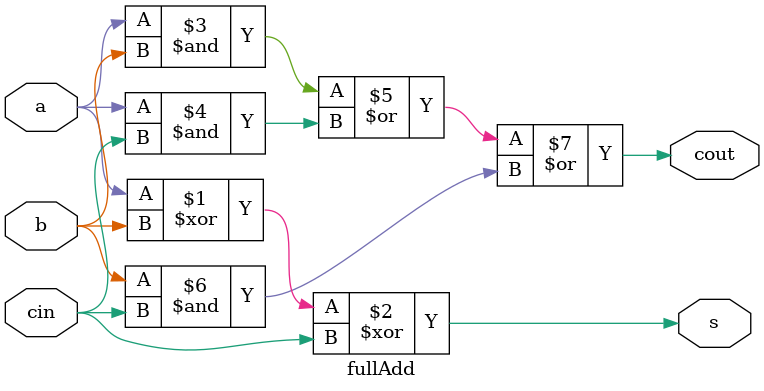
<source format=v>
`timescale 1ns / 1ps

module fullAdd(
    input a,b, cin,
    output s, cout
    );
    assign s = a^b^cin;
    assign cout = (a&b)|(a&cin)|(b&cin);
endmodule

</source>
